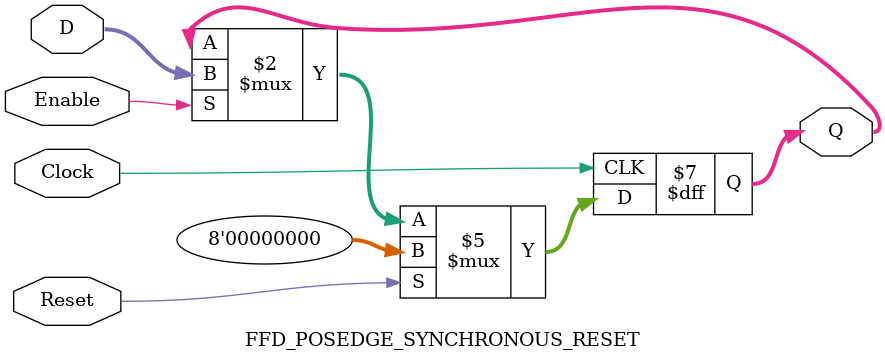
<source format=v>
`ifndef COLLATERALS
 `define COLLATERALS


`timescale 1ns / 1ps
module UPCOUNTER_POSEDGE # (parameter SIZE=8) 
   (
    input wire 		  Clock, Reset,
    input wire [SIZE-1:0] Initial,
    input wire 		  Enable,
    output reg [SIZE-1:0] Q,
    output reg [SIZE-1:0] prev_Q
    );

   reg [SIZE-1:0] 	  next_Q;
   
   
   always @(*)
     begin
	next_Q = Q+1;	
	if (Reset==1) begin
	   next_Q=Initial;
	end
	if (Enable==0) begin
	   next_Q = Q;
	end
     end
   always @(posedge Clock)
     begin
	Q <= next_Q;
     end


	  
   // make reset and enable asynchronic
   /*always @(posedge Clock)
     begin
	if (Reset==1)begin
           Q <= Initial;
	   prev_Q<= Initial-1;
	end
	else begin
	     if (Enable==1) begin
		Q <= Q + 1;
		prev_Q <= Q;
	     end		
	     else begin
		Q<=prev_Q;
		prev_Q <= prev_Q;		
	     end
	end // else: !if(Reset==1)	
     end*/
   
endmodule // UPCOUNTER_POSEDGE

//----------------------------------------------------
module FFD_POSEDGE_SYNCHRONOUS_RESET # ( parameter SIZE=8 )
   (
    input wire 		  Clock,
    input wire 		  Reset,
    input wire 		  Enable,
    input wire [SIZE-1:0] D,
    output reg [SIZE-1:0] Q
    );
   
   
   always @ (posedge Clock) 
     begin
	if ( Reset )
	  Q <= 0;
	else
	  begin	
	     if (Enable) 
	       Q <= D; 
	  end	
	
  end//always
   
endmodule // FFD_POSEDGE_SYNCRONOUS_RESET
/*
module MUX4 #(parameter DATA_SIZE = 16)
   (
    input wire [1:0] 	       control,
    input wire [DATA_SIZE-1:0] input_data_a,
    input wire [DATA_SIZE-1:0] input_data_b,
    input wire [DATA_SIZE-1:0] input_data_c,
    input wire [DATA_SIZE-1:0] input_data_d,
    output reg [DATA_SIZE-1:0] selected_data
    );

    always @ (*)
      begin
	 case (control)
	    2'b00: selected_data = input_data_a;
	    2'b01: selected_data = input_data_b;
	    2'b10: selected_data = input_data_c;
	    2'b11: selected_data = input_data_d;
	 endcase
      end

endmodule // MUX4
*/
//----------------------------------------------------------------------


`endif

</source>
